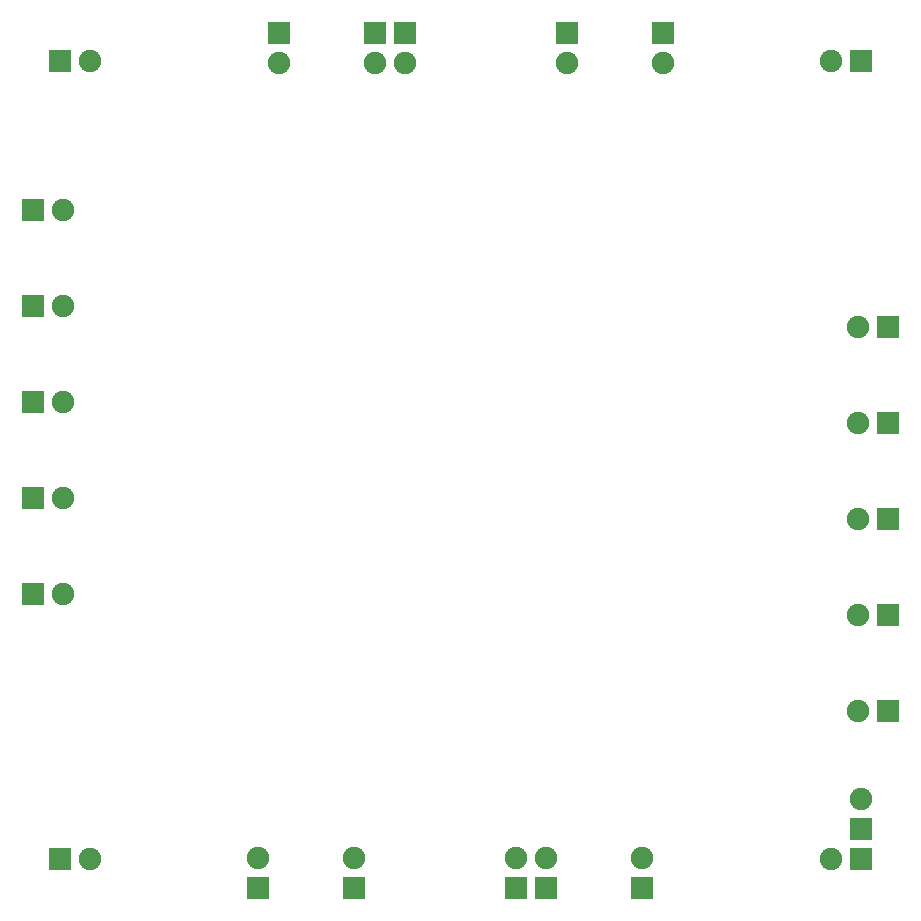
<source format=gbs>
G04 Layer: BottomSolderMaskLayer*
G04 EasyEDA v6.5.29, 2023-07-19 21:38:56*
G04 0acaec5f7f514605885a2f2b0e5249c4,5a6b42c53f6a479593ecc07194224c93,10*
G04 Gerber Generator version 0.2*
G04 Scale: 100 percent, Rotated: No, Reflected: No *
G04 Dimensions in millimeters *
G04 leading zeros omitted , absolute positions ,4 integer and 5 decimal *
%FSLAX45Y45*%
%MOMM*%

%AMMACRO1*1,1,$1,$2,$3*1,1,$1,$4,$5*1,1,$1,0-$2,0-$3*1,1,$1,0-$4,0-$5*20,1,$1,$2,$3,$4,$5,0*20,1,$1,$4,$5,0-$2,0-$3,0*20,1,$1,0-$2,0-$3,0-$4,0-$5,0*20,1,$1,0-$4,0-$5,$2,$3,0*4,1,4,$2,$3,$4,$5,0-$2,0-$3,0-$4,0-$5,$2,$3,0*%
%ADD10C,1.9016*%
%ADD11MACRO1,0.1016X0.9X0.9X-0.9X0.9*%
%ADD12MACRO1,0.1016X-0.9X0.9X-0.9X-0.9*%
%ADD13MACRO1,0.1016X0.9X-0.9X0.9X0.9*%
%ADD14MACRO1,0.1016X-0.9X-0.9X0.9X-0.9*%

%LPD*%
D10*
G01*
X568858Y-7920583D03*
D11*
G01*
X568858Y-8174583D03*
D10*
G01*
X314858Y-8428583D03*
D12*
G01*
X568866Y-8428583D03*
D10*
G01*
X-5958484Y-1671751D03*
D13*
G01*
X-6212494Y-1671769D03*
D10*
G01*
X-4536516Y-8415883D03*
D11*
G01*
X-4536516Y-8669883D03*
D10*
G01*
X-3723716Y-8415883D03*
D11*
G01*
X-3723716Y-8669883D03*
D10*
G01*
X-2352116Y-8415883D03*
D11*
G01*
X-2352116Y-8669883D03*
D10*
G01*
X-2098116Y-8415883D03*
D11*
G01*
X-2098116Y-8669883D03*
D10*
G01*
X-1285316Y-8415883D03*
D11*
G01*
X-1285316Y-8669883D03*
D10*
G01*
X-6187516Y-6180683D03*
D13*
G01*
X-6441516Y-6180683D03*
D10*
G01*
X-6187516Y-5367883D03*
D13*
G01*
X-6441516Y-5367883D03*
D10*
G01*
X-6187516Y-4555083D03*
D13*
G01*
X-6441516Y-4555083D03*
D10*
G01*
X-6187516Y-3742283D03*
D13*
G01*
X-6441516Y-3742283D03*
D10*
G01*
X-6187516Y-2929483D03*
D13*
G01*
X-6441516Y-2929483D03*
D10*
G01*
X-4358716Y-1684883D03*
D14*
G01*
X-4358716Y-1430883D03*
D10*
G01*
X-3545916Y-1684883D03*
D14*
G01*
X-3545916Y-1430883D03*
D10*
G01*
X-3291916Y-1684883D03*
D14*
G01*
X-3291916Y-1430883D03*
D10*
G01*
X-1920316Y-1684883D03*
D14*
G01*
X-1920316Y-1430883D03*
D10*
G01*
X-1107516Y-1684883D03*
D14*
G01*
X-1107516Y-1430883D03*
D10*
G01*
X543483Y-3920083D03*
D12*
G01*
X797483Y-3920083D03*
D10*
G01*
X543483Y-4732883D03*
D12*
G01*
X797483Y-4732883D03*
D10*
G01*
X543483Y-5545683D03*
D12*
G01*
X797483Y-5545683D03*
D10*
G01*
X539927Y-6356350D03*
D12*
G01*
X793937Y-6356355D03*
D10*
G01*
X314883Y-1672183D03*
D12*
G01*
X568883Y-1672183D03*
D10*
G01*
X539927Y-7169150D03*
D12*
G01*
X793937Y-7169155D03*
D10*
G01*
X-5958509Y-8428151D03*
D13*
G01*
X-6212512Y-8428169D03*
M02*

</source>
